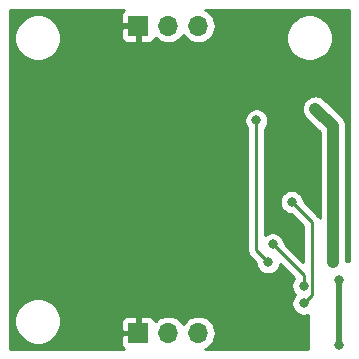
<source format=gbr>
G04 #@! TF.GenerationSoftware,KiCad,Pcbnew,5.1.4-e60b266~84~ubuntu18.04.1*
G04 #@! TF.CreationDate,2019-11-06T20:36:44-07:00*
G04 #@! TF.ProjectId,cob_5x5_lowpower,636f625f-3578-4355-9f6c-6f77706f7765,rev?*
G04 #@! TF.SameCoordinates,Original*
G04 #@! TF.FileFunction,Copper,L2,Bot*
G04 #@! TF.FilePolarity,Positive*
%FSLAX46Y46*%
G04 Gerber Fmt 4.6, Leading zero omitted, Abs format (unit mm)*
G04 Created by KiCad (PCBNEW 5.1.4-e60b266~84~ubuntu18.04.1) date 2019-11-06 20:36:44*
%MOMM*%
%LPD*%
G04 APERTURE LIST*
%ADD10O,1.700000X1.700000*%
%ADD11R,1.700000X1.700000*%
%ADD12C,0.800000*%
%ADD13C,0.500000*%
%ADD14C,1.000000*%
%ADD15C,0.250000*%
G04 APERTURE END LIST*
D10*
X117580000Y-102000000D03*
X115040000Y-102000000D03*
D11*
X112500000Y-102000000D03*
D10*
X117580000Y-128000000D03*
X115040000Y-128000000D03*
D11*
X112500000Y-128000000D03*
D12*
X129500000Y-129000000D03*
X129500000Y-123500000D03*
X121500000Y-121500000D03*
X126000000Y-128000000D03*
X115000000Y-111500000D03*
X113000000Y-112000000D03*
X111500000Y-113500000D03*
X111500000Y-115000000D03*
X111500000Y-116500000D03*
X113000000Y-118000000D03*
X115000000Y-118500000D03*
X117000000Y-118000000D03*
X118500000Y-115000000D03*
X118500000Y-116500000D03*
X118500000Y-113500000D03*
X117000000Y-112000000D03*
X111500000Y-118500000D03*
X118500000Y-118500000D03*
X118500000Y-112000000D03*
X111500000Y-112000000D03*
X112000000Y-111000000D03*
X118000000Y-111000000D03*
X117500000Y-119000000D03*
X112500000Y-119000000D03*
X110000000Y-119000000D03*
X120000000Y-119000000D03*
X120000000Y-111000000D03*
X110000000Y-111000000D03*
X114000000Y-119500000D03*
X116000000Y-119500000D03*
X114000000Y-110500000D03*
X116000000Y-110500000D03*
X129000000Y-122000000D03*
X127500000Y-109000000D03*
X129034357Y-116789267D03*
X123500000Y-122000000D03*
X122500000Y-110000000D03*
X125498463Y-116899262D03*
X126500000Y-125500000D03*
X123894465Y-120491920D03*
X126500000Y-124000000D03*
D13*
X129500000Y-129000000D02*
X129500000Y-123500000D01*
D14*
X129000000Y-110500000D02*
X127500000Y-109000000D01*
X129000000Y-122000000D02*
X129000000Y-110500000D01*
D15*
X123500000Y-122000000D02*
X122500000Y-121000000D01*
X122500000Y-121000000D02*
X122500000Y-110000000D01*
X127225002Y-124774998D02*
X126899999Y-125100001D01*
X127225002Y-118625801D02*
X127225002Y-124774998D01*
X126899999Y-125100001D02*
X126500000Y-125500000D01*
X125498463Y-116899262D02*
X127225002Y-118625801D01*
X123894465Y-120491920D02*
X126500000Y-123097455D01*
X126500000Y-123097455D02*
X126500000Y-124000000D01*
G36*
X111205920Y-100705920D02*
G01*
X111127817Y-100801089D01*
X111069781Y-100909666D01*
X111034043Y-101027479D01*
X111021976Y-101150000D01*
X111025000Y-101718750D01*
X111181250Y-101875000D01*
X112375000Y-101875000D01*
X112375000Y-101855000D01*
X112625000Y-101855000D01*
X112625000Y-101875000D01*
X112645000Y-101875000D01*
X112645000Y-102125000D01*
X112625000Y-102125000D01*
X112625000Y-103318750D01*
X112781250Y-103475000D01*
X113350000Y-103478024D01*
X113472521Y-103465957D01*
X113590334Y-103430219D01*
X113698911Y-103372183D01*
X113794080Y-103294080D01*
X113872183Y-103198911D01*
X113930219Y-103090334D01*
X113956254Y-103004506D01*
X113991972Y-103048028D01*
X114216569Y-103232351D01*
X114472811Y-103369315D01*
X114750850Y-103453657D01*
X114967548Y-103475000D01*
X115112452Y-103475000D01*
X115329150Y-103453657D01*
X115607189Y-103369315D01*
X115863431Y-103232351D01*
X116088028Y-103048028D01*
X116272351Y-102823431D01*
X116310000Y-102752995D01*
X116347649Y-102823431D01*
X116531972Y-103048028D01*
X116756569Y-103232351D01*
X117012811Y-103369315D01*
X117290850Y-103453657D01*
X117507548Y-103475000D01*
X117652452Y-103475000D01*
X117869150Y-103453657D01*
X118147189Y-103369315D01*
X118403431Y-103232351D01*
X118628028Y-103048028D01*
X118812351Y-102823431D01*
X118821946Y-102805479D01*
X125025000Y-102805479D01*
X125025000Y-103194521D01*
X125100898Y-103576086D01*
X125249778Y-103935513D01*
X125465917Y-104258989D01*
X125741011Y-104534083D01*
X126064487Y-104750222D01*
X126423914Y-104899102D01*
X126805479Y-104975000D01*
X127194521Y-104975000D01*
X127576086Y-104899102D01*
X127935513Y-104750222D01*
X128258989Y-104534083D01*
X128534083Y-104258989D01*
X128750222Y-103935513D01*
X128899102Y-103576086D01*
X128975000Y-103194521D01*
X128975000Y-102805479D01*
X128899102Y-102423914D01*
X128750222Y-102064487D01*
X128534083Y-101741011D01*
X128258989Y-101465917D01*
X127935513Y-101249778D01*
X127576086Y-101100898D01*
X127194521Y-101025000D01*
X126805479Y-101025000D01*
X126423914Y-101100898D01*
X126064487Y-101249778D01*
X125741011Y-101465917D01*
X125465917Y-101741011D01*
X125249778Y-102064487D01*
X125100898Y-102423914D01*
X125025000Y-102805479D01*
X118821946Y-102805479D01*
X118949315Y-102567189D01*
X119033657Y-102289150D01*
X119062136Y-102000000D01*
X119033657Y-101710850D01*
X118949315Y-101432811D01*
X118812351Y-101176569D01*
X118628028Y-100951972D01*
X118403431Y-100767649D01*
X118183325Y-100650000D01*
X130350000Y-100650000D01*
X130350001Y-121875000D01*
X130125000Y-121875000D01*
X130125000Y-110555253D01*
X130130442Y-110499999D01*
X130125000Y-110444745D01*
X130125000Y-110444736D01*
X130108722Y-110279462D01*
X130044393Y-110067398D01*
X129939929Y-109871960D01*
X129939928Y-109871958D01*
X129869462Y-109786095D01*
X129799344Y-109700656D01*
X129756416Y-109665426D01*
X128256417Y-108165428D01*
X128128040Y-108060072D01*
X127932601Y-107955607D01*
X127720538Y-107891279D01*
X127500000Y-107869557D01*
X127279462Y-107891279D01*
X127067399Y-107955607D01*
X126871960Y-108060072D01*
X126700657Y-108200657D01*
X126560072Y-108371960D01*
X126455607Y-108567399D01*
X126391279Y-108779462D01*
X126369557Y-109000000D01*
X126391279Y-109220538D01*
X126455607Y-109432601D01*
X126560072Y-109628040D01*
X126665428Y-109756417D01*
X127875001Y-110965991D01*
X127875000Y-118250848D01*
X127851621Y-118207108D01*
X127757897Y-118092906D01*
X127729289Y-118069428D01*
X126523463Y-116863603D01*
X126523463Y-116798308D01*
X126484073Y-116600280D01*
X126406807Y-116413742D01*
X126294633Y-116245862D01*
X126151863Y-116103092D01*
X125983983Y-115990918D01*
X125797445Y-115913652D01*
X125599417Y-115874262D01*
X125397509Y-115874262D01*
X125199481Y-115913652D01*
X125012943Y-115990918D01*
X124845063Y-116103092D01*
X124702293Y-116245862D01*
X124590119Y-116413742D01*
X124512853Y-116600280D01*
X124473463Y-116798308D01*
X124473463Y-117000216D01*
X124512853Y-117198244D01*
X124590119Y-117384782D01*
X124702293Y-117552662D01*
X124845063Y-117695432D01*
X125012943Y-117807606D01*
X125199481Y-117884872D01*
X125397509Y-117924262D01*
X125462804Y-117924262D01*
X126475002Y-118936461D01*
X126475003Y-122011798D01*
X124919465Y-120456261D01*
X124919465Y-120390966D01*
X124880075Y-120192938D01*
X124802809Y-120006400D01*
X124690635Y-119838520D01*
X124547865Y-119695750D01*
X124379985Y-119583576D01*
X124193447Y-119506310D01*
X123995419Y-119466920D01*
X123793511Y-119466920D01*
X123595483Y-119506310D01*
X123408945Y-119583576D01*
X123250000Y-119689780D01*
X123250000Y-110699570D01*
X123296170Y-110653400D01*
X123408344Y-110485520D01*
X123485610Y-110298982D01*
X123525000Y-110100954D01*
X123525000Y-109899046D01*
X123485610Y-109701018D01*
X123408344Y-109514480D01*
X123296170Y-109346600D01*
X123153400Y-109203830D01*
X122985520Y-109091656D01*
X122798982Y-109014390D01*
X122600954Y-108975000D01*
X122399046Y-108975000D01*
X122201018Y-109014390D01*
X122014480Y-109091656D01*
X121846600Y-109203830D01*
X121703830Y-109346600D01*
X121591656Y-109514480D01*
X121514390Y-109701018D01*
X121475000Y-109899046D01*
X121475000Y-110100954D01*
X121514390Y-110298982D01*
X121591656Y-110485520D01*
X121703830Y-110653400D01*
X121750001Y-110699571D01*
X121750000Y-120963173D01*
X121746373Y-121000000D01*
X121750000Y-121036827D01*
X121750000Y-121036834D01*
X121760853Y-121147025D01*
X121803739Y-121288400D01*
X121873381Y-121418692D01*
X121967105Y-121532895D01*
X121995719Y-121556378D01*
X122475000Y-122035660D01*
X122475000Y-122100954D01*
X122514390Y-122298982D01*
X122591656Y-122485520D01*
X122703830Y-122653400D01*
X122846600Y-122796170D01*
X123014480Y-122908344D01*
X123201018Y-122985610D01*
X123399046Y-123025000D01*
X123600954Y-123025000D01*
X123798982Y-122985610D01*
X123985520Y-122908344D01*
X124153400Y-122796170D01*
X124296170Y-122653400D01*
X124408344Y-122485520D01*
X124485610Y-122298982D01*
X124511369Y-122169483D01*
X125697684Y-123355799D01*
X125591656Y-123514480D01*
X125514390Y-123701018D01*
X125475000Y-123899046D01*
X125475000Y-124100954D01*
X125514390Y-124298982D01*
X125591656Y-124485520D01*
X125703830Y-124653400D01*
X125800430Y-124750000D01*
X125703830Y-124846600D01*
X125591656Y-125014480D01*
X125514390Y-125201018D01*
X125475000Y-125399046D01*
X125475000Y-125600954D01*
X125514390Y-125798982D01*
X125591656Y-125985520D01*
X125703830Y-126153400D01*
X125846600Y-126296170D01*
X126014480Y-126408344D01*
X126201018Y-126485610D01*
X126399046Y-126525000D01*
X126600954Y-126525000D01*
X126798982Y-126485610D01*
X126875000Y-126454123D01*
X126875000Y-129350000D01*
X118183325Y-129350000D01*
X118403431Y-129232351D01*
X118628028Y-129048028D01*
X118812351Y-128823431D01*
X118949315Y-128567189D01*
X119033657Y-128289150D01*
X119062136Y-128000000D01*
X119033657Y-127710850D01*
X118949315Y-127432811D01*
X118812351Y-127176569D01*
X118628028Y-126951972D01*
X118403431Y-126767649D01*
X118147189Y-126630685D01*
X117869150Y-126546343D01*
X117652452Y-126525000D01*
X117507548Y-126525000D01*
X117290850Y-126546343D01*
X117012811Y-126630685D01*
X116756569Y-126767649D01*
X116531972Y-126951972D01*
X116347649Y-127176569D01*
X116310000Y-127247005D01*
X116272351Y-127176569D01*
X116088028Y-126951972D01*
X115863431Y-126767649D01*
X115607189Y-126630685D01*
X115329150Y-126546343D01*
X115112452Y-126525000D01*
X114967548Y-126525000D01*
X114750850Y-126546343D01*
X114472811Y-126630685D01*
X114216569Y-126767649D01*
X113991972Y-126951972D01*
X113956254Y-126995494D01*
X113930219Y-126909666D01*
X113872183Y-126801089D01*
X113794080Y-126705920D01*
X113698911Y-126627817D01*
X113590334Y-126569781D01*
X113472521Y-126534043D01*
X113350000Y-126521976D01*
X112781250Y-126525000D01*
X112625000Y-126681250D01*
X112625000Y-127875000D01*
X112645000Y-127875000D01*
X112645000Y-128125000D01*
X112625000Y-128125000D01*
X112625000Y-128145000D01*
X112375000Y-128145000D01*
X112375000Y-128125000D01*
X111181250Y-128125000D01*
X111025000Y-128281250D01*
X111021976Y-128850000D01*
X111034043Y-128972521D01*
X111069781Y-129090334D01*
X111127817Y-129198911D01*
X111205920Y-129294080D01*
X111274059Y-129350000D01*
X101650000Y-129350000D01*
X101650000Y-126805479D01*
X102025000Y-126805479D01*
X102025000Y-127194521D01*
X102100898Y-127576086D01*
X102249778Y-127935513D01*
X102465917Y-128258989D01*
X102741011Y-128534083D01*
X103064487Y-128750222D01*
X103423914Y-128899102D01*
X103805479Y-128975000D01*
X104194521Y-128975000D01*
X104576086Y-128899102D01*
X104935513Y-128750222D01*
X105258989Y-128534083D01*
X105534083Y-128258989D01*
X105750222Y-127935513D01*
X105899102Y-127576086D01*
X105975000Y-127194521D01*
X105975000Y-127150000D01*
X111021976Y-127150000D01*
X111025000Y-127718750D01*
X111181250Y-127875000D01*
X112375000Y-127875000D01*
X112375000Y-126681250D01*
X112218750Y-126525000D01*
X111650000Y-126521976D01*
X111527479Y-126534043D01*
X111409666Y-126569781D01*
X111301089Y-126627817D01*
X111205920Y-126705920D01*
X111127817Y-126801089D01*
X111069781Y-126909666D01*
X111034043Y-127027479D01*
X111021976Y-127150000D01*
X105975000Y-127150000D01*
X105975000Y-126805479D01*
X105899102Y-126423914D01*
X105750222Y-126064487D01*
X105534083Y-125741011D01*
X105258989Y-125465917D01*
X104935513Y-125249778D01*
X104576086Y-125100898D01*
X104194521Y-125025000D01*
X103805479Y-125025000D01*
X103423914Y-125100898D01*
X103064487Y-125249778D01*
X102741011Y-125465917D01*
X102465917Y-125741011D01*
X102249778Y-126064487D01*
X102100898Y-126423914D01*
X102025000Y-126805479D01*
X101650000Y-126805479D01*
X101650000Y-102805479D01*
X102025000Y-102805479D01*
X102025000Y-103194521D01*
X102100898Y-103576086D01*
X102249778Y-103935513D01*
X102465917Y-104258989D01*
X102741011Y-104534083D01*
X103064487Y-104750222D01*
X103423914Y-104899102D01*
X103805479Y-104975000D01*
X104194521Y-104975000D01*
X104576086Y-104899102D01*
X104935513Y-104750222D01*
X105258989Y-104534083D01*
X105534083Y-104258989D01*
X105750222Y-103935513D01*
X105899102Y-103576086D01*
X105975000Y-103194521D01*
X105975000Y-102850000D01*
X111021976Y-102850000D01*
X111034043Y-102972521D01*
X111069781Y-103090334D01*
X111127817Y-103198911D01*
X111205920Y-103294080D01*
X111301089Y-103372183D01*
X111409666Y-103430219D01*
X111527479Y-103465957D01*
X111650000Y-103478024D01*
X112218750Y-103475000D01*
X112375000Y-103318750D01*
X112375000Y-102125000D01*
X111181250Y-102125000D01*
X111025000Y-102281250D01*
X111021976Y-102850000D01*
X105975000Y-102850000D01*
X105975000Y-102805479D01*
X105899102Y-102423914D01*
X105750222Y-102064487D01*
X105534083Y-101741011D01*
X105258989Y-101465917D01*
X104935513Y-101249778D01*
X104576086Y-101100898D01*
X104194521Y-101025000D01*
X103805479Y-101025000D01*
X103423914Y-101100898D01*
X103064487Y-101249778D01*
X102741011Y-101465917D01*
X102465917Y-101741011D01*
X102249778Y-102064487D01*
X102100898Y-102423914D01*
X102025000Y-102805479D01*
X101650000Y-102805479D01*
X101650000Y-100650000D01*
X111274059Y-100650000D01*
X111205920Y-100705920D01*
X111205920Y-100705920D01*
G37*
X111205920Y-100705920D02*
X111127817Y-100801089D01*
X111069781Y-100909666D01*
X111034043Y-101027479D01*
X111021976Y-101150000D01*
X111025000Y-101718750D01*
X111181250Y-101875000D01*
X112375000Y-101875000D01*
X112375000Y-101855000D01*
X112625000Y-101855000D01*
X112625000Y-101875000D01*
X112645000Y-101875000D01*
X112645000Y-102125000D01*
X112625000Y-102125000D01*
X112625000Y-103318750D01*
X112781250Y-103475000D01*
X113350000Y-103478024D01*
X113472521Y-103465957D01*
X113590334Y-103430219D01*
X113698911Y-103372183D01*
X113794080Y-103294080D01*
X113872183Y-103198911D01*
X113930219Y-103090334D01*
X113956254Y-103004506D01*
X113991972Y-103048028D01*
X114216569Y-103232351D01*
X114472811Y-103369315D01*
X114750850Y-103453657D01*
X114967548Y-103475000D01*
X115112452Y-103475000D01*
X115329150Y-103453657D01*
X115607189Y-103369315D01*
X115863431Y-103232351D01*
X116088028Y-103048028D01*
X116272351Y-102823431D01*
X116310000Y-102752995D01*
X116347649Y-102823431D01*
X116531972Y-103048028D01*
X116756569Y-103232351D01*
X117012811Y-103369315D01*
X117290850Y-103453657D01*
X117507548Y-103475000D01*
X117652452Y-103475000D01*
X117869150Y-103453657D01*
X118147189Y-103369315D01*
X118403431Y-103232351D01*
X118628028Y-103048028D01*
X118812351Y-102823431D01*
X118821946Y-102805479D01*
X125025000Y-102805479D01*
X125025000Y-103194521D01*
X125100898Y-103576086D01*
X125249778Y-103935513D01*
X125465917Y-104258989D01*
X125741011Y-104534083D01*
X126064487Y-104750222D01*
X126423914Y-104899102D01*
X126805479Y-104975000D01*
X127194521Y-104975000D01*
X127576086Y-104899102D01*
X127935513Y-104750222D01*
X128258989Y-104534083D01*
X128534083Y-104258989D01*
X128750222Y-103935513D01*
X128899102Y-103576086D01*
X128975000Y-103194521D01*
X128975000Y-102805479D01*
X128899102Y-102423914D01*
X128750222Y-102064487D01*
X128534083Y-101741011D01*
X128258989Y-101465917D01*
X127935513Y-101249778D01*
X127576086Y-101100898D01*
X127194521Y-101025000D01*
X126805479Y-101025000D01*
X126423914Y-101100898D01*
X126064487Y-101249778D01*
X125741011Y-101465917D01*
X125465917Y-101741011D01*
X125249778Y-102064487D01*
X125100898Y-102423914D01*
X125025000Y-102805479D01*
X118821946Y-102805479D01*
X118949315Y-102567189D01*
X119033657Y-102289150D01*
X119062136Y-102000000D01*
X119033657Y-101710850D01*
X118949315Y-101432811D01*
X118812351Y-101176569D01*
X118628028Y-100951972D01*
X118403431Y-100767649D01*
X118183325Y-100650000D01*
X130350000Y-100650000D01*
X130350001Y-121875000D01*
X130125000Y-121875000D01*
X130125000Y-110555253D01*
X130130442Y-110499999D01*
X130125000Y-110444745D01*
X130125000Y-110444736D01*
X130108722Y-110279462D01*
X130044393Y-110067398D01*
X129939929Y-109871960D01*
X129939928Y-109871958D01*
X129869462Y-109786095D01*
X129799344Y-109700656D01*
X129756416Y-109665426D01*
X128256417Y-108165428D01*
X128128040Y-108060072D01*
X127932601Y-107955607D01*
X127720538Y-107891279D01*
X127500000Y-107869557D01*
X127279462Y-107891279D01*
X127067399Y-107955607D01*
X126871960Y-108060072D01*
X126700657Y-108200657D01*
X126560072Y-108371960D01*
X126455607Y-108567399D01*
X126391279Y-108779462D01*
X126369557Y-109000000D01*
X126391279Y-109220538D01*
X126455607Y-109432601D01*
X126560072Y-109628040D01*
X126665428Y-109756417D01*
X127875001Y-110965991D01*
X127875000Y-118250848D01*
X127851621Y-118207108D01*
X127757897Y-118092906D01*
X127729289Y-118069428D01*
X126523463Y-116863603D01*
X126523463Y-116798308D01*
X126484073Y-116600280D01*
X126406807Y-116413742D01*
X126294633Y-116245862D01*
X126151863Y-116103092D01*
X125983983Y-115990918D01*
X125797445Y-115913652D01*
X125599417Y-115874262D01*
X125397509Y-115874262D01*
X125199481Y-115913652D01*
X125012943Y-115990918D01*
X124845063Y-116103092D01*
X124702293Y-116245862D01*
X124590119Y-116413742D01*
X124512853Y-116600280D01*
X124473463Y-116798308D01*
X124473463Y-117000216D01*
X124512853Y-117198244D01*
X124590119Y-117384782D01*
X124702293Y-117552662D01*
X124845063Y-117695432D01*
X125012943Y-117807606D01*
X125199481Y-117884872D01*
X125397509Y-117924262D01*
X125462804Y-117924262D01*
X126475002Y-118936461D01*
X126475003Y-122011798D01*
X124919465Y-120456261D01*
X124919465Y-120390966D01*
X124880075Y-120192938D01*
X124802809Y-120006400D01*
X124690635Y-119838520D01*
X124547865Y-119695750D01*
X124379985Y-119583576D01*
X124193447Y-119506310D01*
X123995419Y-119466920D01*
X123793511Y-119466920D01*
X123595483Y-119506310D01*
X123408945Y-119583576D01*
X123250000Y-119689780D01*
X123250000Y-110699570D01*
X123296170Y-110653400D01*
X123408344Y-110485520D01*
X123485610Y-110298982D01*
X123525000Y-110100954D01*
X123525000Y-109899046D01*
X123485610Y-109701018D01*
X123408344Y-109514480D01*
X123296170Y-109346600D01*
X123153400Y-109203830D01*
X122985520Y-109091656D01*
X122798982Y-109014390D01*
X122600954Y-108975000D01*
X122399046Y-108975000D01*
X122201018Y-109014390D01*
X122014480Y-109091656D01*
X121846600Y-109203830D01*
X121703830Y-109346600D01*
X121591656Y-109514480D01*
X121514390Y-109701018D01*
X121475000Y-109899046D01*
X121475000Y-110100954D01*
X121514390Y-110298982D01*
X121591656Y-110485520D01*
X121703830Y-110653400D01*
X121750001Y-110699571D01*
X121750000Y-120963173D01*
X121746373Y-121000000D01*
X121750000Y-121036827D01*
X121750000Y-121036834D01*
X121760853Y-121147025D01*
X121803739Y-121288400D01*
X121873381Y-121418692D01*
X121967105Y-121532895D01*
X121995719Y-121556378D01*
X122475000Y-122035660D01*
X122475000Y-122100954D01*
X122514390Y-122298982D01*
X122591656Y-122485520D01*
X122703830Y-122653400D01*
X122846600Y-122796170D01*
X123014480Y-122908344D01*
X123201018Y-122985610D01*
X123399046Y-123025000D01*
X123600954Y-123025000D01*
X123798982Y-122985610D01*
X123985520Y-122908344D01*
X124153400Y-122796170D01*
X124296170Y-122653400D01*
X124408344Y-122485520D01*
X124485610Y-122298982D01*
X124511369Y-122169483D01*
X125697684Y-123355799D01*
X125591656Y-123514480D01*
X125514390Y-123701018D01*
X125475000Y-123899046D01*
X125475000Y-124100954D01*
X125514390Y-124298982D01*
X125591656Y-124485520D01*
X125703830Y-124653400D01*
X125800430Y-124750000D01*
X125703830Y-124846600D01*
X125591656Y-125014480D01*
X125514390Y-125201018D01*
X125475000Y-125399046D01*
X125475000Y-125600954D01*
X125514390Y-125798982D01*
X125591656Y-125985520D01*
X125703830Y-126153400D01*
X125846600Y-126296170D01*
X126014480Y-126408344D01*
X126201018Y-126485610D01*
X126399046Y-126525000D01*
X126600954Y-126525000D01*
X126798982Y-126485610D01*
X126875000Y-126454123D01*
X126875000Y-129350000D01*
X118183325Y-129350000D01*
X118403431Y-129232351D01*
X118628028Y-129048028D01*
X118812351Y-128823431D01*
X118949315Y-128567189D01*
X119033657Y-128289150D01*
X119062136Y-128000000D01*
X119033657Y-127710850D01*
X118949315Y-127432811D01*
X118812351Y-127176569D01*
X118628028Y-126951972D01*
X118403431Y-126767649D01*
X118147189Y-126630685D01*
X117869150Y-126546343D01*
X117652452Y-126525000D01*
X117507548Y-126525000D01*
X117290850Y-126546343D01*
X117012811Y-126630685D01*
X116756569Y-126767649D01*
X116531972Y-126951972D01*
X116347649Y-127176569D01*
X116310000Y-127247005D01*
X116272351Y-127176569D01*
X116088028Y-126951972D01*
X115863431Y-126767649D01*
X115607189Y-126630685D01*
X115329150Y-126546343D01*
X115112452Y-126525000D01*
X114967548Y-126525000D01*
X114750850Y-126546343D01*
X114472811Y-126630685D01*
X114216569Y-126767649D01*
X113991972Y-126951972D01*
X113956254Y-126995494D01*
X113930219Y-126909666D01*
X113872183Y-126801089D01*
X113794080Y-126705920D01*
X113698911Y-126627817D01*
X113590334Y-126569781D01*
X113472521Y-126534043D01*
X113350000Y-126521976D01*
X112781250Y-126525000D01*
X112625000Y-126681250D01*
X112625000Y-127875000D01*
X112645000Y-127875000D01*
X112645000Y-128125000D01*
X112625000Y-128125000D01*
X112625000Y-128145000D01*
X112375000Y-128145000D01*
X112375000Y-128125000D01*
X111181250Y-128125000D01*
X111025000Y-128281250D01*
X111021976Y-128850000D01*
X111034043Y-128972521D01*
X111069781Y-129090334D01*
X111127817Y-129198911D01*
X111205920Y-129294080D01*
X111274059Y-129350000D01*
X101650000Y-129350000D01*
X101650000Y-126805479D01*
X102025000Y-126805479D01*
X102025000Y-127194521D01*
X102100898Y-127576086D01*
X102249778Y-127935513D01*
X102465917Y-128258989D01*
X102741011Y-128534083D01*
X103064487Y-128750222D01*
X103423914Y-128899102D01*
X103805479Y-128975000D01*
X104194521Y-128975000D01*
X104576086Y-128899102D01*
X104935513Y-128750222D01*
X105258989Y-128534083D01*
X105534083Y-128258989D01*
X105750222Y-127935513D01*
X105899102Y-127576086D01*
X105975000Y-127194521D01*
X105975000Y-127150000D01*
X111021976Y-127150000D01*
X111025000Y-127718750D01*
X111181250Y-127875000D01*
X112375000Y-127875000D01*
X112375000Y-126681250D01*
X112218750Y-126525000D01*
X111650000Y-126521976D01*
X111527479Y-126534043D01*
X111409666Y-126569781D01*
X111301089Y-126627817D01*
X111205920Y-126705920D01*
X111127817Y-126801089D01*
X111069781Y-126909666D01*
X111034043Y-127027479D01*
X111021976Y-127150000D01*
X105975000Y-127150000D01*
X105975000Y-126805479D01*
X105899102Y-126423914D01*
X105750222Y-126064487D01*
X105534083Y-125741011D01*
X105258989Y-125465917D01*
X104935513Y-125249778D01*
X104576086Y-125100898D01*
X104194521Y-125025000D01*
X103805479Y-125025000D01*
X103423914Y-125100898D01*
X103064487Y-125249778D01*
X102741011Y-125465917D01*
X102465917Y-125741011D01*
X102249778Y-126064487D01*
X102100898Y-126423914D01*
X102025000Y-126805479D01*
X101650000Y-126805479D01*
X101650000Y-102805479D01*
X102025000Y-102805479D01*
X102025000Y-103194521D01*
X102100898Y-103576086D01*
X102249778Y-103935513D01*
X102465917Y-104258989D01*
X102741011Y-104534083D01*
X103064487Y-104750222D01*
X103423914Y-104899102D01*
X103805479Y-104975000D01*
X104194521Y-104975000D01*
X104576086Y-104899102D01*
X104935513Y-104750222D01*
X105258989Y-104534083D01*
X105534083Y-104258989D01*
X105750222Y-103935513D01*
X105899102Y-103576086D01*
X105975000Y-103194521D01*
X105975000Y-102850000D01*
X111021976Y-102850000D01*
X111034043Y-102972521D01*
X111069781Y-103090334D01*
X111127817Y-103198911D01*
X111205920Y-103294080D01*
X111301089Y-103372183D01*
X111409666Y-103430219D01*
X111527479Y-103465957D01*
X111650000Y-103478024D01*
X112218750Y-103475000D01*
X112375000Y-103318750D01*
X112375000Y-102125000D01*
X111181250Y-102125000D01*
X111025000Y-102281250D01*
X111021976Y-102850000D01*
X105975000Y-102850000D01*
X105975000Y-102805479D01*
X105899102Y-102423914D01*
X105750222Y-102064487D01*
X105534083Y-101741011D01*
X105258989Y-101465917D01*
X104935513Y-101249778D01*
X104576086Y-101100898D01*
X104194521Y-101025000D01*
X103805479Y-101025000D01*
X103423914Y-101100898D01*
X103064487Y-101249778D01*
X102741011Y-101465917D01*
X102465917Y-101741011D01*
X102249778Y-102064487D01*
X102100898Y-102423914D01*
X102025000Y-102805479D01*
X101650000Y-102805479D01*
X101650000Y-100650000D01*
X111274059Y-100650000D01*
X111205920Y-100705920D01*
M02*

</source>
